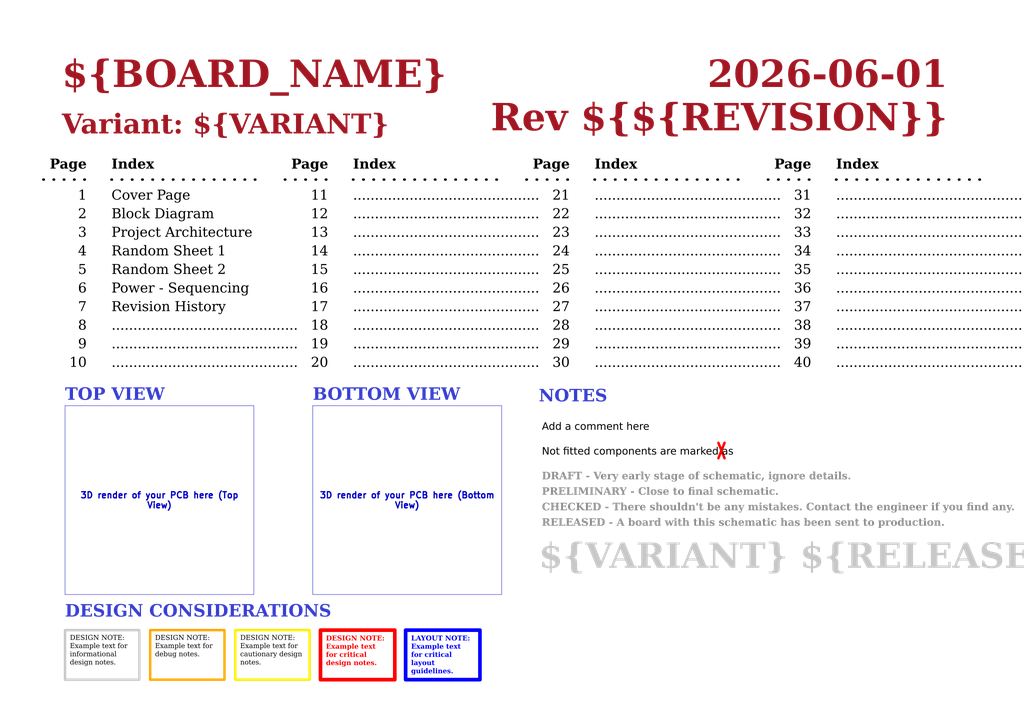
<source format=kicad_sch>
(kicad_sch
	(version 20231120)
	(generator "eeschema")
	(generator_version "8.0")
	(uuid "0650c7a8-acba-429c-9f8e-eec0baf0bc1c")
	(paper "A3")
	(title_block
		(title "Cover Page")
		(date "Last Modified Date")
		(rev "${REVISION}")
		(company "${COMPANY}")
	)
	(lib_symbols)
	(polyline
		(pts
			(xy 215.9 73.66) (xy 233.68 73.66)
		)
		(stroke
			(width 1)
			(type dot)
			(color 0 0 0 1)
		)
		(uuid "024689d9-b8ca-41ae-b55d-6ff207f6e101")
	)
	(polyline
		(pts
			(xy 297.18 181.61) (xy 294.64 187.96)
		)
		(stroke
			(width 1)
			(type default)
			(color 255 0 0 1)
		)
		(uuid "4ae2cac4-7676-4a8d-91c4-c6c6f4585019")
	)
	(polyline
		(pts
			(xy 45.72 73.66) (xy 106.68 73.66)
		)
		(stroke
			(width 1)
			(type dot)
			(color 0 0 0 1)
		)
		(uuid "594379bc-c052-4d2e-996b-8b5c1a0857fd")
	)
	(polyline
		(pts
			(xy 342.9 73.66) (xy 403.86 73.66)
		)
		(stroke
			(width 1)
			(type dot)
			(color 0 0 0 1)
		)
		(uuid "8ca04e4f-914f-46ae-b7bb-c241f34f0be3")
	)
	(polyline
		(pts
			(xy 243.84 73.66) (xy 304.8 73.66)
		)
		(stroke
			(width 1)
			(type dot)
			(color 0 0 0 1)
		)
		(uuid "90aedf20-3619-4eea-9142-e5201cfa9329")
	)
	(polyline
		(pts
			(xy 116.84 73.66) (xy 134.62 73.66)
		)
		(stroke
			(width 1)
			(type dot)
			(color 0 0 0 1)
		)
		(uuid "aa27a991-1dd0-4ddb-a292-69ddc074d2fe")
	)
	(polyline
		(pts
			(xy 17.78 73.66) (xy 35.56 73.66)
		)
		(stroke
			(width 1)
			(type dot)
			(color 0 0 0 1)
		)
		(uuid "aefa0f5d-e237-48a6-8d0d-7925958d23a4")
	)
	(polyline
		(pts
			(xy 294.64 181.61) (xy 297.18 187.96)
		)
		(stroke
			(width 1)
			(type default)
			(color 255 0 0 1)
		)
		(uuid "b16ef1e7-4b58-4125-810d-81e7071984f8")
	)
	(polyline
		(pts
			(xy 144.78 73.66) (xy 205.74 73.66)
		)
		(stroke
			(width 1)
			(type dot)
			(color 0 0 0 1)
		)
		(uuid "d03f8f3f-5543-483d-a054-040e77e06c0e")
	)
	(polyline
		(pts
			(xy 314.96 73.66) (xy 332.74 73.66)
		)
		(stroke
			(width 1)
			(type dot)
			(color 0 0 0 1)
		)
		(uuid "f1ab5a98-3d21-4c83-b2d8-cfe1793d64cb")
	)
	(text_box "3D render of your PCB here (Bottom View)"
		(exclude_from_sim no)
		(at 128.27 166.37 0)
		(size 77.47 77.47)
		(stroke
			(width 0)
			(type default)
		)
		(fill
			(type none)
		)
		(effects
			(font
				(size 2.54 2.54)
				(thickness 0.508)
				(bold yes)
			)
		)
		(uuid "0c38d11f-bb11-46db-a91c-ebc0b30e95f5")
	)
	(text_box "3D render of your PCB here (Top View)"
		(exclude_from_sim no)
		(at 26.67 166.37 0)
		(size 77.47 77.47)
		(stroke
			(width 0)
			(type default)
		)
		(fill
			(type none)
		)
		(effects
			(font
				(size 2.54 2.54)
				(thickness 0.508)
				(bold yes)
			)
		)
		(uuid "2d015f2a-bc39-4866-bbd9-40b03d497a26")
	)
	(text_box "Metadata can be set in File → Schematic Setup → Project → Text Variables"
		(exclude_from_sim no)
		(at 8.89 300.99 0)
		(size 119.38 6.35)
		(stroke
			(width -0.0001)
			(type default)
		)
		(fill
			(type none)
		)
		(effects
			(font
				(size 2.54 2.54)
				(thickness 0.381)
				(bold yes)
				(color 0 0 0 1)
			)
			(justify right top)
		)
		(uuid "4d4fc8f9-28d9-4b33-b78d-b00f0a2b33ca")
	)
	(text_box "DESIGN NOTE:\nExample text for informational design notes."
		(exclude_from_sim no)
		(at 26.67 258.445 0)
		(size 30.48 20.32)
		(stroke
			(width 1)
			(type solid)
			(color 200 200 200 1)
		)
		(fill
			(type none)
		)
		(effects
			(font
				(face "Times New Roman")
				(size 2 2)
				(color 0 0 0 1)
			)
			(justify left top)
		)
		(uuid "60b6a08c-a542-468e-b79f-aa4a2aa0e9e7")
	)
	(text_box "LAYOUT NOTE:\nExample text for critical layout guidelines."
		(exclude_from_sim no)
		(at 166.37 258.445 0)
		(size 30.48 20.32)
		(stroke
			(width 1.5)
			(type solid)
			(color 0 0 255 1)
		)
		(fill
			(type none)
		)
		(effects
			(font
				(face "Times New Roman")
				(size 2 2)
				(thickness 0.4)
				(bold yes)
				(color 0 0 255 1)
			)
			(justify left top)
		)
		(uuid "b2648603-9b19-4c01-9621-49d92c5b8a6e")
	)
	(text_box "DESIGN NOTE:\nExample text for cautionary design notes."
		(exclude_from_sim no)
		(at 96.52 258.445 0)
		(size 30.48 20.32)
		(stroke
			(width 1)
			(type solid)
			(color 250 236 0 1)
		)
		(fill
			(type none)
		)
		(effects
			(font
				(face "Times New Roman")
				(size 2 2)
				(color 0 0 0 1)
			)
			(justify left top)
		)
		(uuid "c7ec7f64-f5b0-4d3e-9743-7d40c3e23ecf")
	)
	(text_box "DESIGN NOTE:\nExample text for debug notes."
		(exclude_from_sim no)
		(at 61.595 258.445 0)
		(size 30.48 20.32)
		(stroke
			(width 1)
			(type solid)
			(color 255 165 0 1)
		)
		(fill
			(type none)
		)
		(effects
			(font
				(face "Times New Roman")
				(size 2 2)
				(color 0 0 0 1)
			)
			(justify left top)
		)
		(uuid "c8bf2561-6ede-45f0-9b2e-12af2dfee13b")
	)
	(text_box "DESIGN NOTE:\nExample text for critical design notes."
		(exclude_from_sim no)
		(at 131.445 258.445 0)
		(size 30.48 20.32)
		(stroke
			(width 1.5)
			(type solid)
			(color 255 0 0 1)
		)
		(fill
			(type none)
		)
		(effects
			(font
				(face "Times New Roman")
				(size 2 2)
				(thickness 0.4)
				(bold yes)
				(color 255 0 0 1)
			)
			(justify left top)
		)
		(uuid "d03e1008-e371-461f-a9f2-320d8a2b7341")
	)
	(text "9"
		(exclude_from_sim no)
		(at 35.56 144.78 0)
		(effects
			(font
				(face "Times New Roman")
				(size 4 4)
				(color 0 0 0 1)
			)
			(justify right bottom)
			(href "#9")
		)
		(uuid "0171ecc8-df6f-418e-95ea-db73cf975716")
	)
	(text "BOTTOM VIEW"
		(exclude_from_sim no)
		(at 128.27 166.37 0)
		(effects
			(font
				(face "Times New Roman")
				(size 5 5)
				(bold yes)
				(color 53 60 207 1)
			)
			(justify left bottom)
		)
		(uuid "041ff709-0f5e-466e-adab-d03afffd90b7")
	)
	(text "..........................................."
		(exclude_from_sim no)
		(at 243.84 99.06 0)
		(effects
			(font
				(face "Times New Roman")
				(size 4 4)
				(color 0 0 0 1)
			)
			(justify left bottom)
			(href "#23")
		)
		(uuid "0647f622-b644-4538-802a-42edf8cdccc5")
	)
	(text "13"
		(exclude_from_sim no)
		(at 134.62 99.06 0)
		(effects
			(font
				(face "Times New Roman")
				(size 4 4)
				(color 0 0 0 1)
			)
			(justify right bottom)
			(href "#13")
		)
		(uuid "09a9f005-609a-4854-9ba5-f5a5e7b8d7c7")
	)
	(text "RELEASED - A board with this schematic has been sent to production."
		(exclude_from_sim no)
		(at 222.25 217.17 0)
		(effects
			(font
				(face "Times New Roman")
				(size 3 3)
				(thickness 0.6)
				(bold yes)
				(color 140 140 140 1)
			)
			(justify left bottom)
		)
		(uuid "10cbc67f-d688-44d7-9e2b-bee41b99ad5c")
	)
	(text "Page"
		(exclude_from_sim no)
		(at 332.74 71.12 0)
		(effects
			(font
				(face "Times New Roman")
				(size 4 4)
				(bold yes)
				(color 0 0 0 1)
			)
			(justify right bottom)
		)
		(uuid "1b60c0cc-bf04-4615-8796-1ecc890b346a")
	)
	(text "TOP VIEW"
		(exclude_from_sim no)
		(at 26.67 166.37 0)
		(effects
			(font
				(face "Times New Roman")
				(size 5 5)
				(bold yes)
				(color 53 60 207 1)
			)
			(justify left bottom)
		)
		(uuid "1c033b5c-f50d-4e0f-94c4-59e72fb244de")
	)
	(text "3"
		(exclude_from_sim no)
		(at 35.56 99.06 0)
		(effects
			(font
				(face "Times New Roman")
				(size 4 4)
				(color 0 0 0 1)
			)
			(justify right bottom)
			(href "#3")
		)
		(uuid "1dd16a1b-b3b8-42a1-b678-3a7b261e7284")
	)
	(text "38"
		(exclude_from_sim no)
		(at 332.74 137.16 0)
		(effects
			(font
				(face "Times New Roman")
				(size 4 4)
				(color 0 0 0 1)
			)
			(justify right bottom)
			(href "#38")
		)
		(uuid "2d20025d-61e4-451d-b51e-153fedc44d68")
	)
	(text "..........................................."
		(exclude_from_sim no)
		(at 45.72 152.4 0)
		(effects
			(font
				(face "Times New Roman")
				(size 4 4)
				(color 0 0 0 1)
			)
			(justify left bottom)
			(href "#10")
		)
		(uuid "2df49b6e-980f-4a01-ab23-c61ed27bd1b8")
	)
	(text "..........................................."
		(exclude_from_sim no)
		(at 45.72 144.78 0)
		(effects
			(font
				(face "Times New Roman")
				(size 4 4)
				(color 0 0 0 1)
			)
			(justify left bottom)
			(href "#9")
		)
		(uuid "319dfe95-cf7d-4b95-aa65-2f948d7bd6bc")
	)
	(text "..........................................."
		(exclude_from_sim no)
		(at 45.72 137.16 0)
		(effects
			(font
				(face "Times New Roman")
				(size 4 4)
				(color 0 0 0 1)
			)
			(justify left bottom)
			(href "#8")
		)
		(uuid "339f13bd-0896-43a1-925e-733e36e395bd")
	)
	(text "..........................................."
		(exclude_from_sim no)
		(at 144.78 121.92 0)
		(effects
			(font
				(face "Times New Roman")
				(size 4 4)
				(color 0 0 0 1)
			)
			(justify left bottom)
			(href "#16")
		)
		(uuid "34c28277-d6a5-4104-8740-b78485a8ff4c")
	)
	(text "1"
		(exclude_from_sim no)
		(at 35.56 83.82 0)
		(effects
			(font
				(face "Times New Roman")
				(size 4 4)
				(color 0 0 0 1)
			)
			(justify right bottom)
			(href "#1")
		)
		(uuid "3691ab49-6c05-4886-869a-12221f52fdee")
	)
	(text "Not fitted components are marked as"
		(exclude_from_sim no)
		(at 222.25 187.96 0)
		(effects
			(font
				(face "Arial")
				(size 3 3)
				(color 0 0 0 1)
			)
			(justify left bottom)
		)
		(uuid "3e121d9b-11e9-4895-9779-ade93d5b2a88")
	)
	(text "..........................................."
		(exclude_from_sim no)
		(at 243.84 152.4 0)
		(effects
			(font
				(face "Times New Roman")
				(size 4 4)
				(color 0 0 0 1)
			)
			(justify left bottom)
			(href "#30")
		)
		(uuid "41bb0f90-1135-4d50-9d44-9fb04444ecf6")
	)
	(text "Index"
		(exclude_from_sim no)
		(at 45.72 71.12 0)
		(effects
			(font
				(face "Times New Roman")
				(size 4 4)
				(bold yes)
				(color 0 0 0 1)
			)
			(justify left bottom)
		)
		(uuid "44841f0e-187c-41b9-a570-9f74973319c9")
	)
	(text "..........................................."
		(exclude_from_sim no)
		(at 144.78 99.06 0)
		(effects
			(font
				(face "Times New Roman")
				(size 4 4)
				(color 0 0 0 1)
			)
			(justify left bottom)
			(href "#13")
		)
		(uuid "461ef4aa-5f24-4935-a427-92bbc78a05f3")
	)
	(text "Index"
		(exclude_from_sim no)
		(at 144.78 71.12 0)
		(effects
			(font
				(face "Times New Roman")
				(size 4 4)
				(bold yes)
				(color 0 0 0 1)
			)
			(justify left bottom)
		)
		(uuid "4773b195-e777-483d-bd5a-5b18be14b485")
	)
	(text "27"
		(exclude_from_sim no)
		(at 233.68 129.54 0)
		(effects
			(font
				(face "Times New Roman")
				(size 4 4)
				(color 0 0 0 1)
			)
			(justify right bottom)
			(href "#27")
		)
		(uuid "47e5ef3a-a936-4417-8e04-a70df1a04676")
	)
	(text "15"
		(exclude_from_sim no)
		(at 134.62 114.3 0)
		(effects
			(font
				(face "Times New Roman")
				(size 4 4)
				(color 0 0 0 1)
			)
			(justify right bottom)
			(href "#15")
		)
		(uuid "48cae9b2-9935-4ee2-a962-685c04325434")
	)
	(text "6"
		(exclude_from_sim no)
		(at 35.56 121.92 0)
		(effects
			(font
				(face "Times New Roman")
				(size 4 4)
				(color 0 0 0 1)
			)
			(justify right bottom)
			(href "#6")
		)
		(uuid "4aa9b67c-c657-48d1-abb0-497faf20008a")
	)
	(text "PRELIMINARY - Close to final schematic."
		(exclude_from_sim no)
		(at 222.25 204.47 0)
		(effects
			(font
				(face "Times New Roman")
				(size 3 3)
				(thickness 0.6)
				(bold yes)
				(color 140 140 140 1)
			)
			(justify left bottom)
		)
		(uuid "4b75d6be-e2b4-4862-a5fd-f3239bff6734")
	)
	(text "24"
		(exclude_from_sim no)
		(at 233.68 106.68 0)
		(effects
			(font
				(face "Times New Roman")
				(size 4 4)
				(color 0 0 0 1)
			)
			(justify right bottom)
			(href "#24")
		)
		(uuid "4d10b8f7-ee9d-4539-987e-2871a213b2d6")
	)
	(text "${VARIANT} ${RELEASE_DATE}"
		(exclude_from_sim no)
		(at 220.98 237.49 0)
		(effects
			(font
				(face "Times New Roman")
				(size 10.16 10.16)
				(thickness 0.6)
				(bold yes)
				(color 200 200 200 1)
			)
			(justify left bottom)
		)
		(uuid "4f144e11-d681-45f3-b92d-dea6c28023e4")
	)
	(text "Page"
		(exclude_from_sim no)
		(at 35.56 71.12 0)
		(effects
			(font
				(face "Times New Roman")
				(size 4 4)
				(bold yes)
				(color 0 0 0 1)
			)
			(justify right bottom)
		)
		(uuid "5216de6a-28ab-4e49-a422-9fd32d8fed67")
	)
	(text "Random Sheet 1"
		(exclude_from_sim no)
		(at 45.72 106.68 0)
		(effects
			(font
				(face "Times New Roman")
				(size 4 4)
				(color 0 0 0 1)
			)
			(justify left bottom)
			(href "#4")
		)
		(uuid "547bb3ec-bec4-4b68-a38e-2ac56be29bd3")
	)
	(text "..........................................."
		(exclude_from_sim no)
		(at 243.84 129.54 0)
		(effects
			(font
				(face "Times New Roman")
				(size 4 4)
				(color 0 0 0 1)
			)
			(justify left bottom)
			(href "#27")
		)
		(uuid "598c6218-39d7-40a8-878a-842531c6a754")
	)
	(text "8"
		(exclude_from_sim no)
		(at 35.56 137.16 0)
		(effects
			(font
				(face "Times New Roman")
				(size 4 4)
				(color 0 0 0 1)
			)
			(justify right bottom)
			(href "#8")
		)
		(uuid "5dd35c87-2aeb-4c16-ab79-fbda71c4347a")
	)
	(text "14"
		(exclude_from_sim no)
		(at 134.62 106.68 0)
		(effects
			(font
				(face "Times New Roman")
				(size 4 4)
				(color 0 0 0 1)
			)
			(justify right bottom)
			(href "#14")
		)
		(uuid "5e529423-56be-4ad0-9794-38b960fa0634")
	)
	(text "..........................................."
		(exclude_from_sim no)
		(at 342.9 137.16 0)
		(effects
			(font
				(face "Times New Roman")
				(size 4 4)
				(color 0 0 0 1)
			)
			(justify left bottom)
			(href "#38")
		)
		(uuid "5ec61f31-3c66-4623-97e5-d26d3b9bb1be")
	)
	(text "..........................................."
		(exclude_from_sim no)
		(at 342.9 152.4 0)
		(effects
			(font
				(face "Times New Roman")
				(size 4 4)
				(color 0 0 0 1)
			)
			(justify left bottom)
			(href "#40")
		)
		(uuid "65f25bf1-cc7d-4807-9afa-0a0ac612f9b3")
	)
	(text "23"
		(exclude_from_sim no)
		(at 233.68 99.06 0)
		(effects
			(font
				(face "Times New Roman")
				(size 4 4)
				(color 0 0 0 1)
			)
			(justify right bottom)
			(href "#23")
		)
		(uuid "68aaa364-f788-45fb-b731-7b1eda7a6c6c")
	)
	(text "Index"
		(exclude_from_sim no)
		(at 243.84 71.12 0)
		(effects
			(font
				(face "Times New Roman")
				(size 4 4)
				(bold yes)
				(color 0 0 0 1)
			)
			(justify left bottom)
		)
		(uuid "6eee427d-5608-4f64-99d8-6d8e4391a6b0")
	)
	(text "..........................................."
		(exclude_from_sim no)
		(at 342.9 91.44 0)
		(effects
			(font
				(face "Times New Roman")
				(size 4 4)
				(color 0 0 0 1)
			)
			(justify left bottom)
			(href "#32")
		)
		(uuid "71058a62-023a-4e0a-b0c4-c0fb8bf95cc8")
	)
	(text "5"
		(exclude_from_sim no)
		(at 35.56 114.3 0)
		(effects
			(font
				(face "Times New Roman")
				(size 4 4)
				(color 0 0 0 1)
			)
			(justify right bottom)
			(href "#5")
		)
		(uuid "718e4830-a352-43f0-b9c5-1495032b5970")
	)
	(text "${CURRENT_DATE}"
		(exclude_from_sim no)
		(at 388.62 40.64 0)
		(effects
			(font
				(face "Times New Roman")
				(size 11 11)
				(thickness 1)
				(bold yes)
				(color 162 22 34 1)
			)
			(justify right bottom)
		)
		(uuid "752b8016-2b6c-433a-9e5a-755eac1f800d")
	)
	(text "26"
		(exclude_from_sim no)
		(at 233.68 121.92 0)
		(effects
			(font
				(face "Times New Roman")
				(size 4 4)
				(color 0 0 0 1)
			)
			(justify right bottom)
			(href "#26")
		)
		(uuid "78da4ba2-8c96-4e51-9a03-b14367dceea0")
	)
	(text "16"
		(exclude_from_sim no)
		(at 134.62 121.92 0)
		(effects
			(font
				(face "Times New Roman")
				(size 4 4)
				(color 0 0 0 1)
			)
			(justify right bottom)
			(href "#16")
		)
		(uuid "7a577aea-9c53-4431-8f38-6cd521e907d0")
	)
	(text "10"
		(exclude_from_sim no)
		(at 35.56 152.4 0)
		(effects
			(font
				(face "Times New Roman")
				(size 4 4)
				(color 0 0 0 1)
			)
			(justify right bottom)
			(href "#10")
		)
		(uuid "7caa34f0-df91-4ed4-bb8e-ff81315f8c93")
	)
	(text "35"
		(exclude_from_sim no)
		(at 332.74 114.3 0)
		(effects
			(font
				(face "Times New Roman")
				(size 4 4)
				(color 0 0 0 1)
			)
			(justify right bottom)
			(href "#35")
		)
		(uuid "7d4a16f6-fc91-424a-bffd-707dc25afa40")
	)
	(text "18"
		(exclude_from_sim no)
		(at 134.62 137.16 0)
		(effects
			(font
				(face "Times New Roman")
				(size 4 4)
				(color 0 0 0 1)
			)
			(justify right bottom)
			(href "#18")
		)
		(uuid "7d4de17d-b484-45d2-95af-1050fc297950")
	)
	(text "33"
		(exclude_from_sim no)
		(at 332.74 99.06 0)
		(effects
			(font
				(face "Times New Roman")
				(size 4 4)
				(color 0 0 0 1)
			)
			(justify right bottom)
			(href "#33")
		)
		(uuid "7fd97343-03c5-4f22-a59e-bc2d9fd9af23")
	)
	(text "Variant: ${VARIANT}"
		(exclude_from_sim no)
		(at 25.4 58.42 0)
		(effects
			(font
				(face "Times New Roman")
				(size 8 8)
				(thickness 1)
				(bold yes)
				(color 162 22 34 1)
			)
			(justify left bottom)
		)
		(uuid "832c6231-94ea-4718-8f70-96006b71efdf")
	)
	(text "4"
		(exclude_from_sim no)
		(at 35.56 106.68 0)
		(effects
			(font
				(face "Times New Roman")
				(size 4 4)
				(color 0 0 0 1)
			)
			(justify right bottom)
			(href "#4")
		)
		(uuid "8d802a1e-8c90-4592-9cec-00ce1173b8bd")
	)
	(text "11"
		(exclude_from_sim no)
		(at 134.62 83.82 0)
		(effects
			(font
				(face "Times New Roman")
				(size 4 4)
				(color 0 0 0 1)
			)
			(justify right bottom)
			(href "#11")
		)
		(uuid "8d827c06-285c-46bc-8024-d46f4098d9e5")
	)
	(text "Rev ${REVISION}"
		(exclude_from_sim no)
		(at 388.62 58.42 0)
		(effects
			(font
				(face "Times New Roman")
				(size 11 11)
				(thickness 1)
				(bold yes)
				(color 162 22 34 1)
			)
			(justify right bottom)
		)
		(uuid "9008c96f-82fa-4b3f-88a3-9ae35f59090b")
	)
	(text "..........................................."
		(exclude_from_sim no)
		(at 243.84 106.68 0)
		(effects
			(font
				(face "Times New Roman")
				(size 4 4)
				(color 0 0 0 1)
			)
			(justify left bottom)
			(href "#24")
		)
		(uuid "91ef4a1a-faaf-4d16-b090-6e6451092c3a")
	)
	(text "28"
		(exclude_from_sim no)
		(at 233.68 137.16 0)
		(effects
			(font
				(face "Times New Roman")
				(size 4 4)
				(color 0 0 0 1)
			)
			(justify right bottom)
			(href "#28")
		)
		(uuid "9310b062-10e2-49af-a22c-1c9854a7f3f0")
	)
	(text "..........................................."
		(exclude_from_sim no)
		(at 243.84 144.78 0)
		(effects
			(font
				(face "Times New Roman")
				(size 4 4)
				(color 0 0 0 1)
			)
			(justify left bottom)
			(href "#29")
		)
		(uuid "93713c73-3aba-4b0b-9f3c-b37ab3721f94")
	)
	(text "..........................................."
		(exclude_from_sim no)
		(at 243.84 91.44 0)
		(effects
			(font
				(face "Times New Roman")
				(size 4 4)
				(color 0 0 0 1)
			)
			(justify left bottom)
			(href "#22")
		)
		(uuid "93b242cb-0b6a-48cc-a920-659ba5a2d4b9")
	)
	(text "..........................................."
		(exclude_from_sim no)
		(at 342.9 144.78 0)
		(effects
			(font
				(face "Times New Roman")
				(size 4 4)
				(color 0 0 0 1)
			)
			(justify left bottom)
			(href "#39")
		)
		(uuid "9413d17b-fd74-4a56-8014-ec2904184d8a")
	)
	(text "Random Sheet 2"
		(exclude_from_sim no)
		(at 45.72 114.3 0)
		(effects
			(font
				(face "Times New Roman")
				(size 4 4)
				(color 0 0 0 1)
			)
			(justify left bottom)
			(href "#5")
		)
		(uuid "9413d28a-c2b4-4d73-ae2d-68b4717d1b67")
	)
	(text "Page"
		(exclude_from_sim no)
		(at 233.68 71.12 0)
		(effects
			(font
				(face "Times New Roman")
				(size 4 4)
				(bold yes)
				(color 0 0 0 1)
			)
			(justify right bottom)
		)
		(uuid "959ea2a5-595d-4c64-a44e-f0c1c6497852")
	)
	(text "..........................................."
		(exclude_from_sim no)
		(at 144.78 144.78 0)
		(effects
			(font
				(face "Times New Roman")
				(size 4 4)
				(color 0 0 0 1)
			)
			(justify left bottom)
			(href "#19")
		)
		(uuid "9d747571-2a3a-41dd-b7ab-0c07afaa5df1")
	)
	(text "..........................................."
		(exclude_from_sim no)
		(at 144.78 83.82 0)
		(effects
			(font
				(face "Times New Roman")
				(size 4 4)
				(color 0 0 0 1)
			)
			(justify left bottom)
			(href "#11")
		)
		(uuid "9e3e9ac8-468f-4f09-9650-682992859fd0")
	)
	(text "..........................................."
		(exclude_from_sim no)
		(at 144.78 129.54 0)
		(effects
			(font
				(face "Times New Roman")
				(size 4 4)
				(color 0 0 0 1)
			)
			(justify left bottom)
			(href "#17")
		)
		(uuid "a2bb1bed-8e4e-4038-8b4e-99f9457f4c30")
	)
	(text "31"
		(exclude_from_sim no)
		(at 332.74 83.82 0)
		(effects
			(font
				(face "Times New Roman")
				(size 4 4)
				(color 0 0 0 1)
			)
			(justify right bottom)
			(href "#31")
		)
		(uuid "a8eb70a2-f43e-480c-afdf-7e91507527a7")
	)
	(text "36"
		(exclude_from_sim no)
		(at 332.74 121.92 0)
		(effects
			(font
				(face "Times New Roman")
				(size 4 4)
				(color 0 0 0 1)
			)
			(justify right bottom)
			(href "#36")
		)
		(uuid "a95a57c3-0ec4-4b96-8edf-d46ee18a4a8e")
	)
	(text "..........................................."
		(exclude_from_sim no)
		(at 243.84 137.16 0)
		(effects
			(font
				(face "Times New Roman")
				(size 4 4)
				(color 0 0 0 1)
			)
			(justify left bottom)
			(href "#28")
		)
		(uuid "ad40278e-f3e6-4c25-8fa4-1f4e3918f822")
	)
	(text "22"
		(exclude_from_sim no)
		(at 233.68 91.44 0)
		(effects
			(font
				(face "Times New Roman")
				(size 4 4)
				(color 0 0 0 1)
			)
			(justify right bottom)
			(href "#22")
		)
		(uuid "ada746a9-1ac8-4ba5-b1f0-e040d6c0fa14")
	)
	(text "..........................................."
		(exclude_from_sim no)
		(at 144.78 114.3 0)
		(effects
			(font
				(face "Times New Roman")
				(size 4 4)
				(color 0 0 0 1)
			)
			(justify left bottom)
			(href "#15")
		)
		(uuid "ae6c0242-f9a8-4717-86dd-2d27e5dc9018")
	)
	(text "..........................................."
		(exclude_from_sim no)
		(at 342.9 83.82 0)
		(effects
			(font
				(face "Times New Roman")
				(size 4 4)
				(color 0 0 0 1)
			)
			(justify left bottom)
			(href "#31")
		)
		(uuid "b39085c9-1ebe-4dab-a6c1-54ab08707fbf")
	)
	(text "25"
		(exclude_from_sim no)
		(at 233.68 114.3 0)
		(effects
			(font
				(face "Times New Roman")
				(size 4 4)
				(color 0 0 0 1)
			)
			(justify right bottom)
			(href "#25")
		)
		(uuid "b3f10ccd-dd30-4e1a-9a39-191e590211cc")
	)
	(text "${BOARD_NAME}"
		(exclude_from_sim no)
		(at 25.4 40.64 0)
		(effects
			(font
				(face "Times New Roman")
				(size 11 11)
				(thickness 1)
				(bold yes)
				(color 162 22 34 1)
			)
			(justify left bottom)
		)
		(uuid "b5491481-138f-4748-8f60-dc51e3284b98")
	)
	(text "..........................................."
		(exclude_from_sim no)
		(at 243.84 121.92 0)
		(effects
			(font
				(face "Times New Roman")
				(size 4 4)
				(color 0 0 0 1)
			)
			(justify left bottom)
			(href "#26")
		)
		(uuid "b55022f1-bde3-45d1-ab63-474a18aef763")
	)
	(text "..........................................."
		(exclude_from_sim no)
		(at 342.9 106.68 0)
		(effects
			(font
				(face "Times New Roman")
				(size 4 4)
				(color 0 0 0 1)
			)
			(justify left bottom)
			(href "#34")
		)
		(uuid "b5c8bc07-6a7e-4ec3-955b-9e6a13622c4e")
	)
	(text "37"
		(exclude_from_sim no)
		(at 332.74 129.54 0)
		(effects
			(font
				(face "Times New Roman")
				(size 4 4)
				(color 0 0 0 1)
			)
			(justify right bottom)
			(href "#37")
		)
		(uuid "baff535e-40df-4979-8ad1-9d6e8282e1a0")
	)
	(text "Page"
		(exclude_from_sim no)
		(at 134.62 71.12 0)
		(effects
			(font
				(face "Times New Roman")
				(size 4 4)
				(bold yes)
				(color 0 0 0 1)
			)
			(justify right bottom)
		)
		(uuid "beb5ee3d-ad62-4c0c-ab18-390f8e3c78c4")
	)
	(text "DRAFT - Very early stage of schematic, ignore details."
		(exclude_from_sim no)
		(at 222.25 198.12 0)
		(effects
			(font
				(face "Times New Roman")
				(size 3 3)
				(thickness 0.6)
				(bold yes)
				(color 140 140 140 1)
			)
			(justify left bottom)
		)
		(uuid "c1828499-d221-4dc2-9c7b-c9d850654d5e")
	)
	(text "..........................................."
		(exclude_from_sim no)
		(at 144.78 106.68 0)
		(effects
			(font
				(face "Times New Roman")
				(size 4 4)
				(color 0 0 0 1)
			)
			(justify left bottom)
			(href "#14")
		)
		(uuid "c492727f-a5a2-4efb-9f13-b55fb4c5125a")
	)
	(text "Index"
		(exclude_from_sim no)
		(at 342.9 71.12 0)
		(effects
			(font
				(face "Times New Roman")
				(size 4 4)
				(bold yes)
				(color 0 0 0 1)
			)
			(justify left bottom)
		)
		(uuid "c52bc9e5-2c42-41e6-ae08-fabef868928a")
	)
	(text "Power - Sequencing"
		(exclude_from_sim no)
		(at 45.72 121.92 0)
		(effects
			(font
				(face "Times New Roman")
				(size 4 4)
				(color 0 0 0 1)
			)
			(justify left bottom)
			(href "#6")
		)
		(uuid "c787ff5d-5d58-4a12-8967-dc99673505b9")
	)
	(text "..........................................."
		(exclude_from_sim no)
		(at 342.9 121.92 0)
		(effects
			(font
				(face "Times New Roman")
				(size 4 4)
				(color 0 0 0 1)
			)
			(justify left bottom)
			(href "#36")
		)
		(uuid "c8a13f8e-6347-4971-97e9-3bbacc8fb0b5")
	)
	(text "..........................................."
		(exclude_from_sim no)
		(at 342.9 114.3 0)
		(effects
			(font
				(face "Times New Roman")
				(size 4 4)
				(color 0 0 0 1)
			)
			(justify left bottom)
			(href "#35")
		)
		(uuid "c932f64b-e011-46ca-8efc-bb2f186e8b13")
	)
	(text "Block Diagram"
		(exclude_from_sim no)
		(at 45.72 91.44 0)
		(effects
			(font
				(face "Times New Roman")
				(size 4 4)
				(color 0 0 0 1)
			)
			(justify left bottom)
			(href "#2")
		)
		(uuid "caeb7f52-f34e-4432-b129-9207069a1ad5")
	)
	(text "19"
		(exclude_from_sim no)
		(at 134.62 144.78 0)
		(effects
			(font
				(face "Times New Roman")
				(size 4 4)
				(color 0 0 0 1)
			)
			(justify right bottom)
			(href "#19")
		)
		(uuid "cbf7eaea-8009-4ccd-9079-9d687b9a3603")
	)
	(text "30"
		(exclude_from_sim no)
		(at 233.68 152.4 0)
		(effects
			(font
				(face "Times New Roman")
				(size 4 4)
				(color 0 0 0 1)
			)
			(justify right bottom)
			(href "#30")
		)
		(uuid "cea38a57-40f7-465f-b054-ff626e3218d0")
	)
	(text "7"
		(exclude_from_sim no)
		(at 35.56 129.54 0)
		(effects
			(font
				(face "Times New Roman")
				(size 4 4)
				(color 0 0 0 1)
			)
			(justify right bottom)
			(href "#7")
		)
		(uuid "cf9779c0-4a62-4a6f-9127-07f6919e9e8d")
	)
	(text "..........................................."
		(exclude_from_sim no)
		(at 243.84 114.3 0)
		(effects
			(font
				(face "Times New Roman")
				(size 4 4)
				(color 0 0 0 1)
			)
			(justify left bottom)
			(href "#25")
		)
		(uuid "d06fb69a-43a5-466c-8174-3edde239a7c0")
	)
	(text "12"
		(exclude_from_sim no)
		(at 134.62 91.44 0)
		(effects
			(font
				(face "Times New Roman")
				(size 4 4)
				(color 0 0 0 1)
			)
			(justify right bottom)
			(href "#12")
		)
		(uuid "d450aa41-7115-44ab-9cc7-2fa118545b00")
	)
	(text "21"
		(exclude_from_sim no)
		(at 233.68 83.82 0)
		(effects
			(font
				(face "Times New Roman")
				(size 4 4)
				(color 0 0 0 1)
			)
			(justify right bottom)
			(href "#21")
		)
		(uuid "d7ac5948-93ba-4038-95c3-cb73c27df74a")
	)
	(text "Add a comment here"
		(exclude_from_sim no)
		(at 222.25 177.8 0)
		(effects
			(font
				(face "Arial")
				(size 3 3)
				(color 0 0 0 1)
			)
			(justify left bottom)
		)
		(uuid "d8d8425a-4141-4ddb-8e75-262db2d23ce8")
	)
	(text "2"
		(exclude_from_sim no)
		(at 35.56 91.44 0)
		(effects
			(font
				(face "Times New Roman")
				(size 4 4)
				(color 0 0 0 1)
			)
			(justify right bottom)
			(href "#2")
		)
		(uuid "dca5e168-6a76-4eb2-b335-e6c030ded824")
	)
	(text "39"
		(exclude_from_sim no)
		(at 332.74 144.78 0)
		(effects
			(font
				(face "Times New Roman")
				(size 4 4)
				(color 0 0 0 1)
			)
			(justify right bottom)
			(href "#39")
		)
		(uuid "e216870b-45fe-49b3-8e55-d9668eb9df44")
	)
	(text "..........................................."
		(exclude_from_sim no)
		(at 144.78 137.16 0)
		(effects
			(font
				(face "Times New Roman")
				(size 4 4)
				(color 0 0 0 1)
			)
			(justify left bottom)
			(href "#18")
		)
		(uuid "e518f3ad-92c7-4755-8883-22916bfc7d1f")
	)
	(text "..........................................."
		(exclude_from_sim no)
		(at 342.9 99.06 0)
		(effects
			(font
				(face "Times New Roman")
				(size 4 4)
				(color 0 0 0 1)
			)
			(justify left bottom)
			(href "#33")
		)
		(uuid "e5564811-ffd2-4bd9-9644-ff1dc80ebf87")
	)
	(text "..........................................."
		(exclude_from_sim no)
		(at 144.78 152.4 0)
		(effects
			(font
				(face "Times New Roman")
				(size 4 4)
				(color 0 0 0 1)
			)
			(justify left bottom)
			(href "#20")
		)
		(uuid "e58de9a8-7551-4002-91cc-eb758bb6876c")
	)
	(text "34"
		(exclude_from_sim no)
		(at 332.74 106.68 0)
		(effects
			(font
				(face "Times New Roman")
				(size 4 4)
				(color 0 0 0 1)
			)
			(justify right bottom)
			(href "#34")
		)
		(uuid "e60ef77b-a7db-4a46-901f-5793e4acc58b")
	)
	(text "29"
		(exclude_from_sim no)
		(at 233.68 144.78 0)
		(effects
			(font
				(face "Times New Roman")
				(size 4 4)
				(color 0 0 0 1)
			)
			(justify right bottom)
			(href "#29")
		)
		(uuid "e83f0c3e-ac1d-4432-a8de-ba5a2be8aa4a")
	)
	(text "Cover Page"
		(exclude_from_sim no)
		(at 45.72 83.82 0)
		(effects
			(font
				(face "Times New Roman")
				(size 4 4)
				(color 0 0 0 1)
			)
			(justify left bottom)
			(href "#1")
		)
		(uuid "e9964413-67ff-4f53-b58c-608277db6779")
	)
	(text "NOTES"
		(exclude_from_sim no)
		(at 220.98 167.005 0)
		(effects
			(font
				(face "Times New Roman")
				(size 5 5)
				(bold yes)
				(color 53 60 207 1)
			)
			(justify left bottom)
		)
		(uuid "ecd14d51-7267-460d-9460-6bae137b0c37")
	)
	(text "..........................................."
		(exclude_from_sim no)
		(at 144.78 91.44 0)
		(effects
			(font
				(face "Times New Roman")
				(size 4 4)
				(color 0 0 0 1)
			)
			(justify left bottom)
			(href "#12")
		)
		(uuid "ecd5e3bc-c1c8-4595-a242-64b07df33fd4")
	)
	(text "Project Architecture"
		(exclude_from_sim no)
		(at 45.72 99.06 0)
		(effects
			(font
				(face "Times New Roman")
				(size 4 4)
				(color 0 0 0 1)
			)
			(justify left bottom)
			(href "#3")
		)
		(uuid "ed9f4e44-7881-47b3-83af-17eb3de0e161")
	)
	(text "CHECKED - There shouldn't be any mistakes. Contact the engineer if you find any."
		(exclude_from_sim no)
		(at 222.25 210.82 0)
		(effects
			(font
				(face "Times New Roman")
				(size 3 3)
				(thickness 0.6)
				(bold yes)
				(color 140 140 140 1)
			)
			(justify left bottom)
		)
		(uuid "ee4bfbd2-ceac-40c9-847b-b15b18b07c08")
	)
	(text "..........................................."
		(exclude_from_sim no)
		(at 243.84 83.82 0)
		(effects
			(font
				(face "Times New Roman")
				(size 4 4)
				(color 0 0 0 1)
			)
			(justify left bottom)
			(href "#21")
		)
		(uuid "f14c049f-0636-49aa-a70f-0262bf1a57bc")
	)
	(text "20"
		(exclude_from_sim no)
		(at 134.62 152.4 0)
		(effects
			(font
				(face "Times New Roman")
				(size 4 4)
				(color 0 0 0 1)
			)
			(justify right bottom)
			(href "#20")
		)
		(uuid "f17fa600-4ea0-4482-a965-d781b27fd052")
	)
	(text "32"
		(exclude_from_sim no)
		(at 332.74 91.44 0)
		(effects
			(font
				(face "Times New Roman")
				(size 4 4)
				(color 0 0 0 1)
			)
			(justify right bottom)
			(href "#32")
		)
		(uuid "f7f416e4-86a9-4d8f-ac0d-80443c165632")
	)
	(text "..........................................."
		(exclude_from_sim no)
		(at 342.9 129.54 0)
		(effects
			(font
				(face "Times New Roman")
				(size 4 4)
				(color 0 0 0 1)
			)
			(justify left bottom)
			(href "#37")
		)
		(uuid "f8fd86d8-ca92-4fd2-9536-487e6832d844")
	)
	(text "DESIGN CONSIDERATIONS"
		(exclude_from_sim no)
		(at 26.67 255.27 0)
		(effects
			(font
				(face "Times New Roman")
				(size 5 5)
				(bold yes)
				(color 53 60 207 1)
			)
			(justify left bottom)
		)
		(uuid "fb09f930-25b6-4039-89ae-42d9d443b49d")
	)
	(text "40"
		(exclude_from_sim no)
		(at 332.74 152.4 0)
		(effects
			(font
				(face "Times New Roman")
				(size 4 4)
				(color 0 0 0 1)
			)
			(justify right bottom)
			(href "#40")
		)
		(uuid "fe1f4464-8466-41a3-95c1-bacdc38614fb")
	)
	(text "Revision History"
		(exclude_from_sim no)
		(at 45.72 129.54 0)
		(effects
			(font
				(face "Times New Roman")
				(size 4 4)
				(color 0 0 0 1)
			)
			(justify left bottom)
			(href "#7")
		)
		(uuid "ff95cd70-408a-4656-b808-dabd546affbd")
	)
	(text "17"
		(exclude_from_sim no)
		(at 134.62 129.54 0)
		(effects
			(font
				(face "Times New Roman")
				(size 4 4)
				(color 0 0 0 1)
			)
			(justify right bottom)
			(href "#17")
		)
		(uuid "ffcd9e5c-5c93-423a-9ccc-e0af67821852")
	)
	(sheet
		(at 299.72 302.26)
		(size 35.56 5.08)
		(stroke
			(width 0.1524)
			(type solid)
		)
		(fill
			(color 0 0 0 0.0000)
		)
		(uuid "de68a101-7eef-4ba8-abb4-14d03adb087f")
		(property "Sheetname" "Block Diagram"
			(at 299.72 301.2309 0)
			(effects
				(font
					(face "Times New Roman")
					(size 1.905 1.905)
					(bold yes)
					(color 0 0 0 1)
				)
				(justify left bottom)
			)
		)
		(property "Sheetfile" "Block Diagram.kicad_sch"
			(at 300.99 303.53 0)
			(effects
				(font
					(face "Arial")
					(size 1.27 1.27)
				)
				(justify left top)
			)
		)
		(instances
			(project "cyberman"
				(path "/0650c7a8-acba-429c-9f8e-eec0baf0bc1c"
					(page "2")
				)
			)
		)
	)
	(sheet
		(at 340.36 302.26)
		(size 35.56 5.08)
		(stroke
			(width 0)
			(type solid)
		)
		(fill
			(color 0 0 0 0.0000)
		)
		(uuid "e7c91631-be85-488a-af7a-f2a810f3fbfe")
		(property "Sheetname" "Revision History"
			(at 340.36 300.99 0)
			(effects
				(font
					(face "Times New Roman")
					(size 1.905 1.905)
					(bold yes)
					(color 0 0 0 1)
				)
				(justify left bottom)
			)
		)
		(property "Sheetfile" "Revision History.kicad_sch"
			(at 340.995 303.53 0)
			(effects
				(font
					(face "Arial")
					(size 1.27 1.27)
				)
				(justify left top)
			)
		)
		(instances
			(project "cyberman"
				(path "/0650c7a8-acba-429c-9f8e-eec0baf0bc1c"
					(page "7")
				)
			)
		)
	)
	(sheet
		(at 299.72 313.69)
		(size 35.56 5.08)
		(stroke
			(width 0.1524)
			(type solid)
		)
		(fill
			(color 0 0 0 0.0000)
		)
		(uuid "fede4c36-00cc-4d3d-b71c-5243ba232202")
		(property "Sheetname" "Project Architecture"
			(at 299.72 312.6609 0)
			(effects
				(font
					(face "Times New Roman")
					(size 1.905 1.905)
					(bold yes)
					(color 0 0 0 1)
				)
				(justify left bottom)
			)
		)
		(property "Sheetfile" "Project Architecture.kicad_sch"
			(at 300.99 314.96 0)
			(effects
				(font
					(face "Arial")
					(size 1.27 1.27)
				)
				(justify left top)
			)
		)
		(instances
			(project "cyberman"
				(path "/0650c7a8-acba-429c-9f8e-eec0baf0bc1c"
					(page "3")
				)
			)
		)
	)
	(sheet_instances
		(path "/"
			(page "1")
		)
	)
)

</source>
